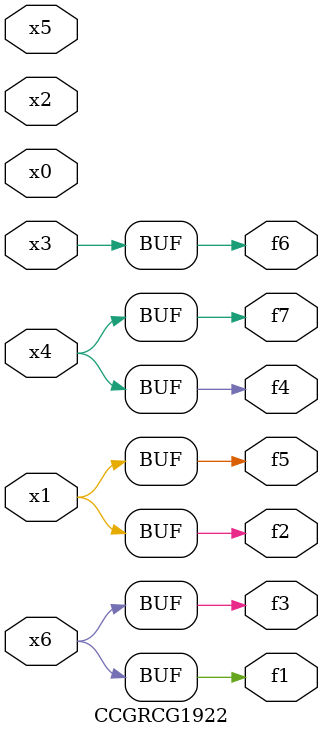
<source format=v>
module CCGRCG1922(
	input x0, x1, x2, x3, x4, x5, x6,
	output f1, f2, f3, f4, f5, f6, f7
);
	assign f1 = x6;
	assign f2 = x1;
	assign f3 = x6;
	assign f4 = x4;
	assign f5 = x1;
	assign f6 = x3;
	assign f7 = x4;
endmodule

</source>
